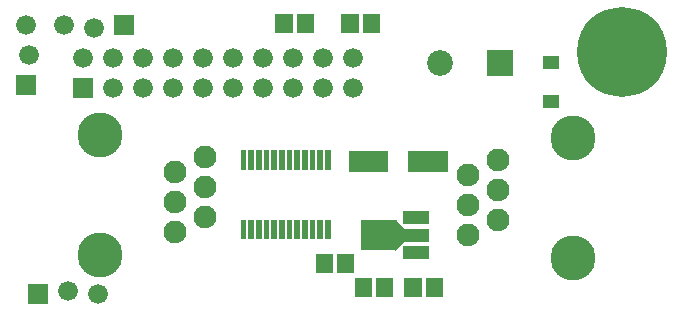
<source format=gbr>
G04 start of page 6 for group -4063 idx -4063 *
G04 Title: (unknown), componentmask *
G04 Creator: pcb 20140316 *
G04 CreationDate: Tue 10 May 2016 09:41:56 AM GMT UTC *
G04 For: ndholmes *
G04 Format: Gerber/RS-274X *
G04 PCB-Dimensions (mil): 2220.00 1040.00 *
G04 PCB-Coordinate-Origin: lower left *
%MOIN*%
%FSLAX25Y25*%
%LNTOPMASK*%
%ADD68R,0.0190X0.0190*%
%ADD67R,0.1005X0.1005*%
%ADD66R,0.0438X0.0438*%
%ADD65R,0.0420X0.0420*%
%ADD64R,0.0690X0.0690*%
%ADD63R,0.0572X0.0572*%
%ADD62C,0.0001*%
%ADD61C,0.0760*%
%ADD60C,0.0860*%
%ADD59C,0.0660*%
%ADD58C,0.1500*%
%ADD57C,0.2997*%
G54D57*X206000Y88000D03*
G54D58*X189925Y19500D03*
Y59500D03*
G54D59*X56500Y76000D03*
X66500D03*
X76500D03*
X66500Y86000D03*
X76500D03*
X86500D03*
X96500D03*
X106500D03*
X116500D03*
X86500Y76000D03*
X96500D03*
X106500D03*
X116500D03*
G54D60*X145500Y84500D03*
G54D61*X154925Y27000D03*
Y37000D03*
Y47000D03*
X164925Y32000D03*
Y42000D03*
Y52000D03*
G54D62*G36*
X161200Y88800D02*Y80200D01*
X169800D01*
Y88800D01*
X161200D01*
G37*
G54D61*X67000Y53000D03*
X57000Y48000D03*
X67000Y43000D03*
X57000Y38000D03*
X67000Y33000D03*
X57000Y28000D03*
G54D58*X32000Y20500D03*
G54D62*G36*
X8200Y10800D02*Y4200D01*
X14800D01*
Y10800D01*
X8200D01*
G37*
G54D59*X21500Y8500D03*
X31500Y7500D03*
G54D62*G36*
X23200Y79300D02*Y72700D01*
X29800D01*
Y79300D01*
X23200D01*
G37*
G54D59*X36500Y76000D03*
G54D58*X32000Y60500D03*
G54D59*X46500Y76000D03*
Y86000D03*
X56500D03*
X26500D03*
X36500D03*
G54D62*G36*
X36700Y100300D02*Y93700D01*
X43300D01*
Y100300D01*
X36700D01*
G37*
G54D59*X30000Y96000D03*
X20000Y97000D03*
G54D62*G36*
X4200Y80300D02*Y73700D01*
X10800D01*
Y80300D01*
X4200D01*
G37*
G54D59*X8500Y87000D03*
X7500Y97000D03*
G54D63*X93457Y97893D02*Y97107D01*
X100543Y97893D02*Y97107D01*
X122543Y97893D02*Y97107D01*
X115457Y97893D02*Y97107D01*
G54D64*X118508Y51500D02*X124807D01*
X138193D02*X144492D01*
G54D65*X181900Y71600D02*X183100D01*
X181900Y84500D02*X183100D01*
G54D66*X135395Y21094D02*X139489D01*
X127679Y27000D02*X139489D01*
G54D67*X124055D02*X125945D01*
G54D62*G36*
X128826Y23695D02*X132090Y26959D01*
X133934Y25115D01*
X130670Y21851D01*
X128826Y23695D01*
G37*
G36*
X130670Y32149D02*X133934Y28885D01*
X132090Y27041D01*
X128826Y30305D01*
X130670Y32149D01*
G37*
G54D66*X135395Y32906D02*X139489D01*
G54D68*X108074Y54417D02*Y49811D01*
X105515Y54417D02*Y49811D01*
X102956Y54417D02*Y49811D01*
X100397Y54417D02*Y49811D01*
X97838Y54417D02*Y49811D01*
X95279Y54417D02*Y49811D01*
X92721Y54417D02*Y49811D01*
X90162Y54417D02*Y49811D01*
X87603Y54417D02*Y49811D01*
X85044Y54417D02*Y49811D01*
X82485Y54417D02*Y49811D01*
X79926Y54417D02*Y49811D01*
Y31189D02*Y26583D01*
X82485Y31189D02*Y26583D01*
X85044Y31189D02*Y26583D01*
X87603Y31189D02*Y26583D01*
X90162Y31189D02*Y26583D01*
X92721Y31189D02*Y26583D01*
X95279Y31189D02*Y26583D01*
X97838Y31189D02*Y26583D01*
X100397Y31189D02*Y26583D01*
X102956Y31189D02*Y26583D01*
X105515Y31189D02*Y26583D01*
G54D63*X106957Y17893D02*Y17107D01*
X114043Y17893D02*Y17107D01*
G54D68*X108074Y31189D02*Y26583D01*
G54D63*X127043Y9893D02*Y9107D01*
X119957Y9893D02*Y9107D01*
X143543Y9893D02*Y9107D01*
X136457Y9893D02*Y9107D01*
M02*

</source>
